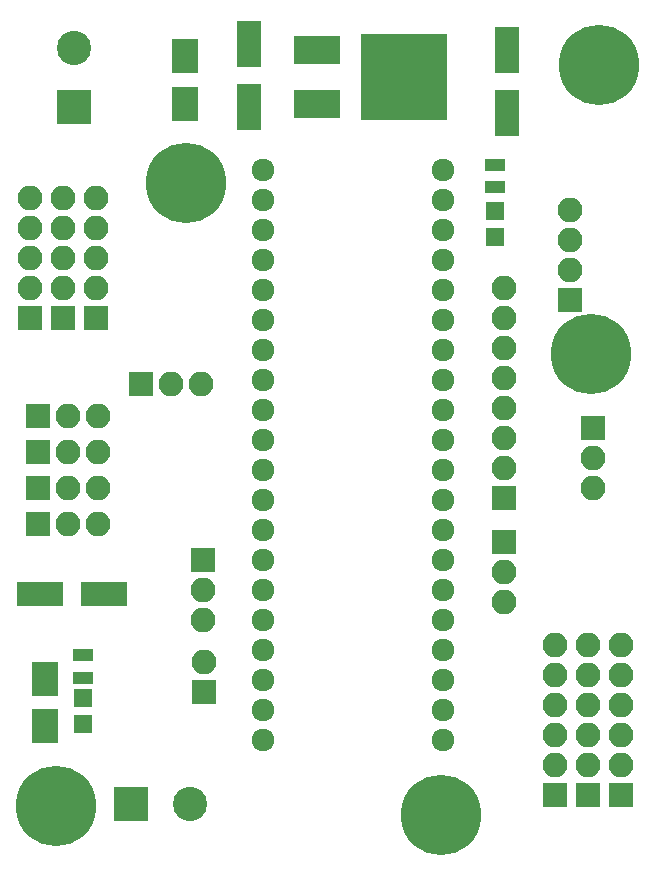
<source format=gts>
G04 #@! TF.FileFunction,Soldermask,Top*
%FSLAX46Y46*%
G04 Gerber Fmt 4.6, Leading zero omitted, Abs format (unit mm)*
G04 Created by KiCad (PCBNEW 4.0.6+dfsg1-1) date Mon Feb 26 19:50:24 2018*
%MOMM*%
%LPD*%
G01*
G04 APERTURE LIST*
%ADD10C,0.100000*%
%ADD11R,2.100000X2.100000*%
%ADD12O,2.100000X2.100000*%
%ADD13R,2.900000X2.900000*%
%ADD14C,2.900000*%
%ADD15R,3.900000X2.000000*%
%ADD16R,2.200000X2.900000*%
%ADD17R,1.600000X1.600000*%
%ADD18R,1.700000X1.100000*%
%ADD19C,1.924000*%
%ADD20R,2.000000X3.900000*%
%ADD21R,3.900000X2.400000*%
%ADD22R,7.400000X7.400000*%
%ADD23C,6.800000*%
%ADD24C,1.000000*%
G04 APERTURE END LIST*
D10*
D11*
X2357120Y34620200D03*
D12*
X4897120Y34620200D03*
X7437120Y34620200D03*
D13*
X10231120Y4775200D03*
D14*
X15231120Y4775200D03*
D15*
X2578120Y22555200D03*
X7978120Y22555200D03*
D16*
X2992120Y15411200D03*
X2992120Y11411200D03*
D17*
X6167120Y13749200D03*
X6167120Y11549200D03*
D11*
X49347120Y36652200D03*
D12*
X49347120Y34112200D03*
X49347120Y31572200D03*
D11*
X41854120Y30683200D03*
D12*
X41854120Y33223200D03*
X41854120Y35763200D03*
X41854120Y38303200D03*
X41854120Y40843200D03*
X41854120Y43383200D03*
X41854120Y45923200D03*
X41854120Y48463200D03*
D18*
X6167120Y17409200D03*
X6167120Y15509200D03*
D11*
X16454120Y14300200D03*
D12*
X16454120Y16840200D03*
D11*
X16327120Y25476200D03*
D12*
X16327120Y22936200D03*
X16327120Y20396200D03*
D11*
X41854120Y27000200D03*
D12*
X41854120Y24460200D03*
X41854120Y21920200D03*
D11*
X11120120Y40335200D03*
D12*
X13660120Y40335200D03*
X16200120Y40335200D03*
D11*
X2357120Y28524200D03*
D12*
X4897120Y28524200D03*
X7437120Y28524200D03*
D11*
X2357120Y31572200D03*
D12*
X4897120Y31572200D03*
X7437120Y31572200D03*
D11*
X2357120Y37668200D03*
D12*
X4897120Y37668200D03*
X7437120Y37668200D03*
D19*
X21407120Y10236200D03*
X21407120Y12776200D03*
X21407120Y15316200D03*
X21407120Y17856200D03*
X21407120Y20396200D03*
X21407120Y22936200D03*
X21407120Y25476200D03*
X21407120Y28016200D03*
X21407120Y30556200D03*
X21407120Y33096200D03*
X21407120Y35636200D03*
X21407120Y38176200D03*
X21407120Y40716200D03*
X21407120Y43256200D03*
X21407120Y45796200D03*
X21407120Y48336200D03*
X21407120Y50876200D03*
X21407120Y53416200D03*
X21407120Y55956200D03*
X21407120Y58496200D03*
X36647120Y58496200D03*
X36647120Y55956200D03*
X36647120Y53416200D03*
X36647120Y50876200D03*
X36647120Y48336200D03*
X36647120Y45796200D03*
X36647120Y43256200D03*
X36647120Y40716200D03*
X36647120Y38176200D03*
X36647120Y35636200D03*
X36647120Y33096200D03*
X36647120Y30556200D03*
X36647120Y28016200D03*
X36647120Y25476200D03*
X36647120Y22936200D03*
X36647120Y20396200D03*
X36647120Y17856200D03*
X36647120Y15316200D03*
X36647120Y12776200D03*
X36647120Y10236200D03*
D13*
X5405120Y63830200D03*
D14*
X5405120Y68830200D03*
D20*
X20264120Y69197200D03*
X20264120Y63797200D03*
X42108120Y63289200D03*
X42108120Y68689200D03*
D17*
X41092120Y55024200D03*
X41092120Y52824200D03*
D16*
X14803120Y68116200D03*
X14803120Y64116200D03*
D18*
X41092120Y58938200D03*
X41092120Y57038200D03*
D21*
X25962120Y68660200D03*
X25962120Y64080200D03*
D22*
X33362120Y66360200D03*
D11*
X51760120Y5537200D03*
D12*
X51760120Y8077200D03*
X51760120Y10617200D03*
X51760120Y13157200D03*
X51760120Y15697200D03*
X51760120Y18237200D03*
D11*
X46172120Y5537200D03*
D12*
X46172120Y8077200D03*
X46172120Y10617200D03*
X46172120Y13157200D03*
X46172120Y15697200D03*
X46172120Y18237200D03*
D11*
X48966120Y5537200D03*
D12*
X48966120Y8077200D03*
X48966120Y10617200D03*
X48966120Y13157200D03*
X48966120Y15697200D03*
X48966120Y18237200D03*
D11*
X1722120Y45923200D03*
D12*
X1722120Y48463200D03*
X1722120Y51003200D03*
X1722120Y53543200D03*
X1722120Y56083200D03*
D11*
X7310120Y45923200D03*
D12*
X7310120Y48463200D03*
X7310120Y51003200D03*
X7310120Y53543200D03*
X7310120Y56083200D03*
D11*
X4516120Y45923200D03*
D12*
X4516120Y48463200D03*
X4516120Y51003200D03*
X4516120Y53543200D03*
X4516120Y56083200D03*
D23*
X49855120Y67386200D03*
D24*
X52255120Y67386200D03*
X51552176Y65689144D03*
X49855120Y64986200D03*
X48158064Y65689144D03*
X47455120Y67386200D03*
X48158064Y69083256D03*
X49855120Y69786200D03*
X51552176Y69083256D03*
D23*
X36520120Y3886200D03*
D24*
X38920120Y3886200D03*
X38217176Y2189144D03*
X36520120Y1486200D03*
X34823064Y2189144D03*
X34120120Y3886200D03*
X34823064Y5583256D03*
X36520120Y6286200D03*
X38217176Y5583256D03*
D23*
X49220120Y42875200D03*
D24*
X51620120Y42875200D03*
X50917176Y41178144D03*
X49220120Y40475200D03*
X47523064Y41178144D03*
X46820120Y42875200D03*
X47523064Y44572256D03*
X49220120Y45275200D03*
X50917176Y44572256D03*
D23*
X14930120Y57353200D03*
D24*
X17330120Y57353200D03*
X16627176Y55656144D03*
X14930120Y54953200D03*
X13233064Y55656144D03*
X12530120Y57353200D03*
X13233064Y59050256D03*
X14930120Y59753200D03*
X16627176Y59050256D03*
D23*
X3881120Y4648200D03*
D24*
X6281120Y4648200D03*
X5578176Y2951144D03*
X3881120Y2248200D03*
X2184064Y2951144D03*
X1481120Y4648200D03*
X2184064Y6345256D03*
X3881120Y7048200D03*
X5578176Y6345256D03*
D11*
X47442120Y47510700D03*
D12*
X47442120Y50050700D03*
X47442120Y52590700D03*
X47442120Y55130700D03*
M02*

</source>
